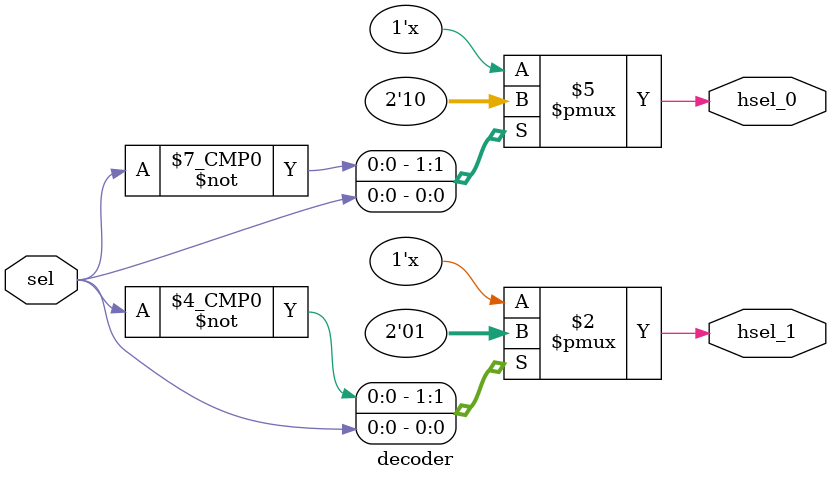
<source format=v>

module decoder(
  input  sel,
  output reg hsel_0,
  output reg hsel_1
);

wire hsel_temp;

always @(*) begin
  case(sel)
    1'b0: begin
      hsel_0 = 1'b1;
      hsel_1 = 1'b0;
    end
    1'b1: begin
      hsel_0 = 1'b0;
      hsel_1 = 1'b1;
    end
  endcase
end


endmodule


</source>
